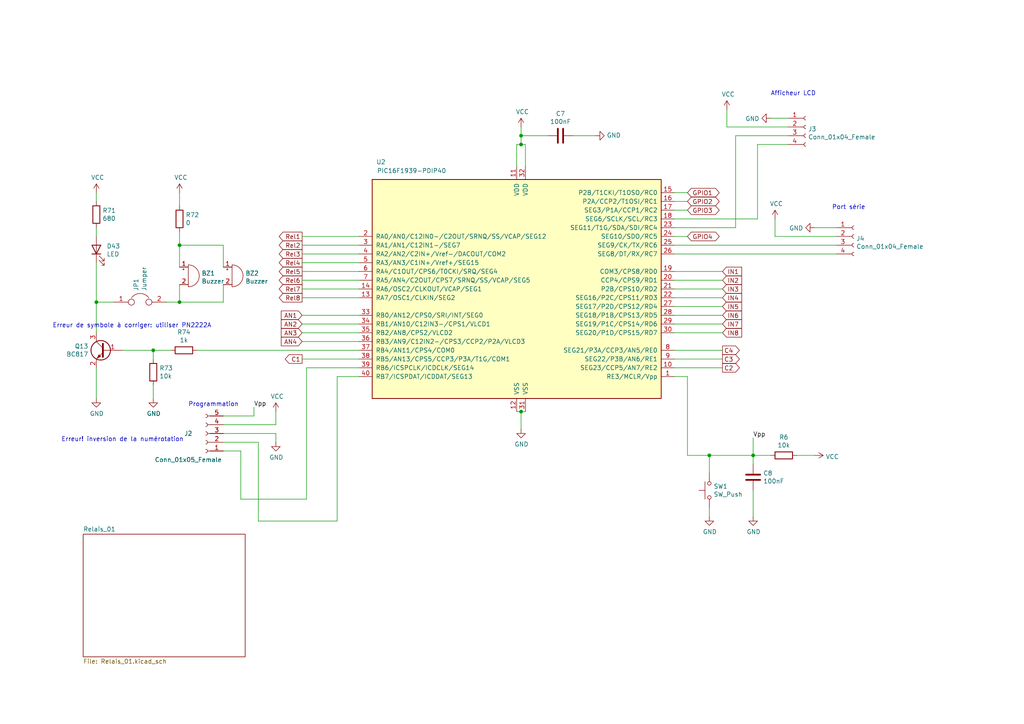
<source format=kicad_sch>
(kicad_sch (version 20211123) (generator eeschema)
  (paper "A4")
  (lib_symbols
    (symbol "Connector:Conn_01x04_Female" (pin_names (offset 1.016) hide)
      (property "Reference" "J" (at 0 5.08 0))
      (property "Value" "Conn_01x04_Female" (at 0 -7.62 0))
      (symbol "Conn_01x04_Female_1_1"
        (arc (start 0 -4.572) (mid -0.508 -5.08) (end 0 -5.588) (stroke (width 0.1524)))
        (arc (start 0 -2.032) (mid -0.508 -2.54) (end 0 -3.048) (stroke (width 0.1524)))
        (polyline (pts (xy -1.27 -5.08) (xy -0.508 -5.08)) (stroke (width 0.1524)))
        (polyline (pts (xy -1.27 -2.54) (xy -0.508 -2.54)) (stroke (width 0.1524)))
        (polyline (pts (xy -1.27 0) (xy -0.508 0)) (stroke (width 0.1524)))
        (polyline (pts (xy -1.27 2.54) (xy -0.508 2.54)) (stroke (width 0.1524)))
        (arc (start 0 0.508) (mid -0.508 0) (end 0 -0.508) (stroke (width 0.1524)))
        (arc (start 0 3.048) (mid -0.508 2.54) (end 0 2.032) (stroke (width 0.1524)))
        (pin passive line (at -5.08 2.54 0) (length 3.81) (name "Pin_1") (number "1"))
        (pin passive line (at -5.08 0 0) (length 3.81) (name "Pin_2") (number "2"))
        (pin passive line (at -5.08 -2.54 0) (length 3.81) (name "Pin_3") (number "3"))
        (pin passive line (at -5.08 -5.08 0) (length 3.81) (name "Pin_4") (number "4"))
      )
    )
    (symbol "Connector:Conn_01x05_Female" (pin_names (offset 1.016) hide)
      (property "Reference" "J" (at 0 7.62 0))
      (property "Value" "Conn_01x05_Female" (at 0 -7.62 0))
      (symbol "Conn_01x05_Female_1_1"
        (arc (start 0 -4.572) (mid -0.508 -5.08) (end 0 -5.588) (stroke (width 0.1524)))
        (arc (start 0 -2.032) (mid -0.508 -2.54) (end 0 -3.048) (stroke (width 0.1524)))
        (polyline (pts (xy -1.27 -5.08) (xy -0.508 -5.08)) (stroke (width 0.1524)))
        (polyline (pts (xy -1.27 -2.54) (xy -0.508 -2.54)) (stroke (width 0.1524)))
        (polyline (pts (xy -1.27 0) (xy -0.508 0)) (stroke (width 0.1524)))
        (polyline (pts (xy -1.27 2.54) (xy -0.508 2.54)) (stroke (width 0.1524)))
        (polyline (pts (xy -1.27 5.08) (xy -0.508 5.08)) (stroke (width 0.1524)))
        (arc (start 0 0.508) (mid -0.508 0) (end 0 -0.508) (stroke (width 0.1524)))
        (arc (start 0 3.048) (mid -0.508 2.54) (end 0 2.032) (stroke (width 0.1524)))
        (arc (start 0 5.588) (mid -0.508 5.08) (end 0 4.572) (stroke (width 0.1524)))
        (pin passive line (at -5.08 5.08 0) (length 3.81) (name "Pin_1") (number "1"))
        (pin passive line (at -5.08 2.54 0) (length 3.81) (name "Pin_2") (number "2"))
        (pin passive line (at -5.08 0 0) (length 3.81) (name "Pin_3") (number "3"))
        (pin passive line (at -5.08 -2.54 0) (length 3.81) (name "Pin_4") (number "4"))
        (pin passive line (at -5.08 -5.08 0) (length 3.81) (name "Pin_5") (number "5"))
      )
    )
    (symbol "Device:Buzzer" (pin_names (offset 0.0254) hide)
      (property "Reference" "BZ" (at 3.81 1.27 0))
      (property "Value" "Buzzer" (at 3.81 -1.27 0))
      (symbol "Buzzer_0_1"
        (arc (start 0 -3.175) (mid 3.175 0) (end 0 3.175))
        (polyline (pts (xy -1.651 1.905) (xy -1.143 1.905)))
        (polyline (pts (xy -1.397 2.159) (xy -1.397 1.651)))
        (polyline (pts (xy 0 3.175) (xy 0 -3.175)))
      )
      (symbol "Buzzer_1_1"
        (pin passive line (at -2.54 2.54 0) (length 2.54) (name "-") (number "1"))
        (pin passive line (at -2.54 -2.54 0) (length 2.54) (name "+") (number "2"))
      )
    )
    (symbol "Device:C" (pin_numbers hide) (pin_names (offset 0.254))
      (property "Reference" "C" (at 0.635 2.54 0))
      (property "Value" "C" (at 0.635 -2.54 0))
      (symbol "C_0_1"
        (polyline (pts (xy -2.032 -0.762) (xy 2.032 -0.762)) (stroke (width 0.508)))
        (polyline (pts (xy -2.032 0.762) (xy 2.032 0.762)) (stroke (width 0.508)))
      )
      (symbol "C_1_1"
        (pin passive line (at 0 3.81 270) (length 2.794) (name "~") (number "1"))
        (pin passive line (at 0 -3.81 90) (length 2.794) (name "~") (number "2"))
      )
    )
    (symbol "Device:Jumper" (pin_names (offset 0.762) hide)
      (property "Reference" "JP" (at 0 3.81 0))
      (property "Value" "Device_Jumper" (at 0 -2.032 0))
      (symbol "Jumper_0_1"
        (circle (center -2.54 0) (radius 0.889))
        (arc (start 2.5146 1.27) (mid 0.0127 2.5097) (end -2.4892 1.27))
        (circle (center 2.54 0) (radius 0.889))
        (pin passive line (at -7.62 0 0) (length 4.191) (name "1") (number "1"))
        (pin passive line (at 7.62 0 180) (length 4.191) (name "2") (number "2"))
      )
    )
    (symbol "Device:LED" (pin_numbers hide) (pin_names (offset 1.016) hide)
      (property "Reference" "D" (at 0 2.54 0))
      (property "Value" "LED" (at 0 -2.54 0))
      (symbol "LED_0_1"
        (polyline (pts (xy -1.27 -1.27) (xy -1.27 1.27)) (stroke (width 0.254)))
        (polyline (pts (xy -1.27 0) (xy 1.27 0)))
        (polyline (pts (xy 1.27 -1.27) (xy 1.27 1.27) (xy -1.27 0) (xy 1.27 -1.27)) (stroke (width 0.254)))
        (polyline (pts (xy -3.048 -0.762) (xy -4.572 -2.286) (xy -3.81 -2.286) (xy -4.572 -2.286) (xy -4.572 -1.524)))
        (polyline (pts (xy -1.778 -0.762) (xy -3.302 -2.286) (xy -2.54 -2.286) (xy -3.302 -2.286) (xy -3.302 -1.524)))
      )
      (symbol "LED_1_1"
        (pin passive line (at -3.81 0 0) (length 2.54) (name "K") (number "1"))
        (pin passive line (at 3.81 0 180) (length 2.54) (name "A") (number "2"))
      )
    )
    (symbol "Device:R" (pin_numbers hide) (pin_names (offset 0))
      (property "Reference" "R" (at 2.032 0 90))
      (property "Value" "R" (at 0 0 90))
      (symbol "R_0_1"
        (rectangle (start -1.016 -2.54) (end 1.016 2.54) (stroke (width 0.254)))
      )
      (symbol "R_1_1"
        (pin passive line (at 0 3.81 270) (length 1.27) (name "~") (number "1"))
        (pin passive line (at 0 -3.81 90) (length 1.27) (name "~") (number "2"))
      )
    )
    (symbol "Microchip_PIC_perso:PIC16F1939-PDIP40" (pin_names (offset 1.016))
      (property "Reference" "U" (at -41.91 35.56 0))
      (property "Value" "Microchip_PIC_perso_PIC16F1939-PDIP40" (at -41.91 33.02 0))
      (symbol "PIC16F1939-PDIP40_0_1"
        (rectangle (start -41.91 31.75) (end 41.91 -31.75) (stroke (width 0.254)) (fill (type background)))
      )
      (symbol "PIC16F1939-PDIP40_1_1"
        (pin bidirectional line (at 45.72 -25.4 180) (length 3.81) (name "RE3/MCLR/Vpp") (number "1"))
        (pin bidirectional line (at 45.72 -22.86 180) (length 3.81) (name "SEG23/CCP5/AN7/RE2") (number "10"))
        (pin power_in line (at 0 35.56 270) (length 3.81) (name "VDD") (number "11"))
        (pin power_in line (at 0 -35.56 90) (length 3.81) (name "VSS") (number "12"))
        (pin bidirectional line (at -45.72 -2.54 0) (length 3.81) (name "RA7/OSC1/CLKIN/SEG2") (number "13"))
        (pin bidirectional line (at -45.72 0 0) (length 3.81) (name "RA6/OSC2/CLKOUT/VCAP/SEG1") (number "14"))
        (pin bidirectional line (at 45.72 27.94 180) (length 3.81) (name "P2B/T1CKI/T1OSO/RC0") (number "15"))
        (pin bidirectional line (at 45.72 25.4 180) (length 3.81) (name "P2A/CCP2/T1OSI/RC1") (number "16"))
        (pin bidirectional line (at 45.72 22.86 180) (length 3.81) (name "SEG3/P1A/CCP1/RC2") (number "17"))
        (pin bidirectional line (at 45.72 20.32 180) (length 3.81) (name "SEG6/SCLK/SCL/RC3") (number "18"))
        (pin bidirectional line (at 45.72 5.08 180) (length 3.81) (name "COM3/CPS8/RD0") (number "19"))
        (pin bidirectional line (at -45.72 15.24 0) (length 3.81) (name "RA0/AN0/C12IN0-/C2OUT/SRNQ/SS/VCAP/SEG12") (number "2"))
        (pin bidirectional line (at 45.72 2.54 180) (length 3.81) (name "CCP4/CPS9/RD1") (number "20"))
        (pin bidirectional line (at 45.72 0 180) (length 3.81) (name "P2B/CPS10/RD2") (number "21"))
        (pin bidirectional line (at 45.72 -2.54 180) (length 3.81) (name "SEG16/P2C/CPS11/RD3") (number "22"))
        (pin bidirectional line (at 45.72 17.78 180) (length 3.81) (name "SEG11/T1G/SDA/SDI/RC4") (number "23"))
        (pin bidirectional line (at 45.72 15.24 180) (length 3.81) (name "SEG10/SDO/RC5") (number "24"))
        (pin bidirectional line (at 45.72 12.7 180) (length 3.81) (name "SEG9/CK/TX/RC6") (number "25"))
        (pin bidirectional line (at 45.72 10.16 180) (length 3.81) (name "SEG8/DT/RX/RC7") (number "26"))
        (pin bidirectional line (at 45.72 -5.08 180) (length 3.81) (name "SEG17/P2D/CPS12/RD4") (number "27"))
        (pin bidirectional line (at 45.72 -7.62 180) (length 3.81) (name "SEG18/P1B/CPS13/RD5") (number "28"))
        (pin bidirectional line (at 45.72 -10.16 180) (length 3.81) (name "SEG19/P1C/CPS14/RD6") (number "29"))
        (pin bidirectional line (at -45.72 12.7 0) (length 3.81) (name "RA1/AN1/C12IN1-/SEG7") (number "3"))
        (pin bidirectional line (at 45.72 -12.7 180) (length 3.81) (name "SEG20/P1D/CPS15/RD7") (number "30"))
        (pin power_in line (at 2.54 -35.56 90) (length 3.81) (name "VSS") (number "31"))
        (pin power_in line (at 2.54 35.56 270) (length 3.81) (name "VDD") (number "32"))
        (pin bidirectional line (at -45.72 -7.62 0) (length 3.81) (name "RB0/AN12/CPS0/SRI/INT/SEG0") (number "33"))
        (pin bidirectional line (at -45.72 -10.16 0) (length 3.81) (name "RB1/AN10/C12IN3-/CPS1/VLCD1") (number "34"))
        (pin bidirectional line (at -45.72 -12.7 0) (length 3.81) (name "RB2/AN8/CPS2/VLCD2") (number "35"))
        (pin bidirectional line (at -45.72 -15.24 0) (length 3.81) (name "RB3/AN9/C12IN2-/CPS3/CCP2/P2A/VLCD3") (number "36"))
        (pin bidirectional line (at -45.72 -17.78 0) (length 3.81) (name "RB4/AN11/CPS4/COM0") (number "37"))
        (pin bidirectional line (at -45.72 -20.32 0) (length 3.81) (name "RB5/AN13/CPS5/CCP3/P3A/T1G/COM1") (number "38"))
        (pin bidirectional line (at -45.72 -22.86 0) (length 3.81) (name "RB6/ICSPCLK/ICDCLK/SEG14") (number "39"))
        (pin bidirectional line (at -45.72 10.16 0) (length 3.81) (name "RA2/AN2/C2IN+/Vref-/DACOUT/COM2") (number "4"))
        (pin bidirectional line (at -45.72 -25.4 0) (length 3.81) (name "RB7/ICSPDAT/ICDDAT/SEG13") (number "40"))
        (pin bidirectional line (at -45.72 7.62 0) (length 3.81) (name "RA3/AN3/C1IN+/Vref+/SEG15") (number "5"))
        (pin bidirectional line (at -45.72 5.08 0) (length 3.81) (name "RA4/C1OUT/CPS6/T0CKI/SRQ/SEG4") (number "6"))
        (pin bidirectional line (at -45.72 2.54 0) (length 3.81) (name "RA5/AN4/C2OUT/CPS7/SRNQ/SS/VCAP/SEG5") (number "7"))
        (pin bidirectional line (at 45.72 -17.78 180) (length 3.81) (name "SEG21/P3A/CCP3/AN5/RE0") (number "8"))
        (pin bidirectional line (at 45.72 -20.32 180) (length 3.81) (name "SEG22/P3B/AN6/RE1") (number "9"))
      )
    )
    (symbol "Switch:SW_Push" (pin_numbers hide) (pin_names (offset 1.016) hide)
      (property "Reference" "SW" (at 1.27 2.54 0))
      (property "Value" "SW_Push" (at 0 -1.524 0))
      (symbol "SW_Push_0_1"
        (circle (center -2.032 0) (radius 0.508))
        (polyline (pts (xy 0 1.27) (xy 0 3.048)))
        (polyline (pts (xy 2.54 1.27) (xy -2.54 1.27)))
        (circle (center 2.032 0) (radius 0.508))
        (pin passive line (at -5.08 0 0) (length 2.54) (name "1") (number "1"))
        (pin passive line (at 5.08 0 180) (length 2.54) (name "2") (number "2"))
      )
    )
    (symbol "Transistor_BJT:BC817" (pin_names (offset 0) hide)
      (property "Reference" "Q" (at 5.08 1.905 0))
      (property "Value" "BC817" (at 5.08 0 0))
      (symbol "BC817_0_1"
        (polyline (pts (xy 0.635 0.635) (xy 2.54 2.54)))
        (polyline (pts (xy 0.635 -0.635) (xy 2.54 -2.54) (xy 2.54 -2.54)))
        (polyline (pts (xy 0.635 1.905) (xy 0.635 -1.905) (xy 0.635 -1.905)) (stroke (width 0.508)))
        (polyline (pts (xy 1.27 -1.778) (xy 1.778 -1.27) (xy 2.286 -2.286) (xy 1.27 -1.778) (xy 1.27 -1.778)) (fill (type outline)))
        (circle (center 1.27 0) (radius 2.8194) (stroke (width 0.254)))
      )
      (symbol "BC817_1_1"
        (pin input line (at -5.08 0 0) (length 5.715) (name "B") (number "1"))
        (pin passive line (at 2.54 -5.08 90) (length 2.54) (name "E") (number "2"))
        (pin passive line (at 2.54 5.08 270) (length 2.54) (name "C") (number "3"))
      )
    )
    (symbol "power:GND" (power) (pin_names (offset 0))
      (property "Value" "GND" (at 0 -3.81 0))
      (symbol "GND_0_1"
        (polyline (pts (xy 0 0) (xy 0 -1.27) (xy 1.27 -1.27) (xy 0 -2.54) (xy -1.27 -1.27) (xy 0 -1.27)))
      )
      (symbol "GND_1_1"
        (pin power_in line (at 0 0 270) (length 0) hide (name "GND") (number "1"))
      )
    )
    (symbol "power:VCC" (power) (pin_names (offset 0))
      (property "Value" "VCC" (at 0 3.81 0))
      (symbol "VCC_0_1"
        (polyline (pts (xy -0.762 1.27) (xy 0 2.54)))
        (polyline (pts (xy 0 0) (xy 0 2.54)))
        (polyline (pts (xy 0 2.54) (xy 0.762 1.27)))
      )
      (symbol "VCC_1_1"
        (pin power_in line (at 0 0 90) (length 0) hide (name "VCC") (number "1"))
      )
    )
  )
  (junction (at 52.07 71.12))
  (junction (at 151.13 119.38))
  (junction (at 52.07 87.63))
  (junction (at 27.94 87.63))
  (junction (at 44.45 101.6))
  (junction (at 151.13 39.37))
  (junction (at 218.44 132.08))
  (junction (at 151.13 41.91))
  (junction (at 205.74 132.08))
  (wire (pts (xy 64.77 77.47) (xy 64.77 71.12)))
  (wire (pts (xy 87.63 78.74) (xy 104.14 78.74)))
  (wire (pts (xy 33.02 87.63) (xy 27.94 87.63)))
  (wire (pts (xy 209.55 78.74) (xy 195.58 78.74)))
  (wire (pts (xy 44.45 101.6) (xy 49.53 101.6)))
  (wire (pts (xy 224.79 68.58) (xy 242.57 68.58)))
  (wire (pts (xy 224.79 63.5) (xy 224.79 68.58)))
  (wire (pts (xy 195.58 109.22) (xy 199.39 109.22)))
  (wire (pts (xy 64.77 130.81) (xy 69.85 130.81)))
  (wire (pts (xy 64.77 71.12) (xy 52.07 71.12)))
  (wire (pts (xy 97.79 109.22) (xy 104.14 109.22)))
  (wire (pts (xy 149.86 41.91) (xy 151.13 41.91)))
  (wire (pts (xy 57.15 101.6) (xy 104.14 101.6)))
  (wire (pts (xy 209.55 81.28) (xy 195.58 81.28)))
  (wire (pts (xy 209.55 88.9) (xy 195.58 88.9)))
  (wire (pts (xy 149.86 48.26) (xy 149.86 41.91)))
  (wire (pts (xy 151.13 39.37) (xy 151.13 41.91)))
  (wire (pts (xy 151.13 36.83) (xy 151.13 39.37)))
  (wire (pts (xy 236.22 66.04) (xy 242.57 66.04)))
  (wire (pts (xy 27.94 106.68) (xy 27.94 115.57)))
  (wire (pts (xy 44.45 111.76) (xy 44.45 115.57)))
  (wire (pts (xy 87.63 86.36) (xy 104.14 86.36)))
  (wire (pts (xy 151.13 119.38) (xy 151.13 124.46)))
  (wire (pts (xy 209.55 91.44) (xy 195.58 91.44)))
  (wire (pts (xy 199.39 60.96) (xy 195.58 60.96)))
  (wire (pts (xy 209.55 93.98) (xy 195.58 93.98)))
  (wire (pts (xy 209.55 104.14) (xy 195.58 104.14)))
  (wire (pts (xy 205.74 147.32) (xy 205.74 149.86)))
  (wire (pts (xy 64.77 120.65) (xy 73.66 120.65)))
  (wire (pts (xy 195.58 63.5) (xy 219.71 63.5)))
  (wire (pts (xy 52.07 71.12) (xy 52.07 77.47)))
  (wire (pts (xy 88.9 106.68) (xy 104.14 106.68)))
  (wire (pts (xy 74.93 128.27) (xy 74.93 151.13)))
  (wire (pts (xy 64.77 123.19) (xy 80.01 123.19)))
  (wire (pts (xy 64.77 125.73) (xy 80.01 125.73)))
  (wire (pts (xy 158.75 39.37) (xy 151.13 39.37)))
  (wire (pts (xy 104.14 104.14) (xy 87.63 104.14)))
  (wire (pts (xy 88.9 144.78) (xy 88.9 106.68)))
  (wire (pts (xy 151.13 41.91) (xy 152.4 41.91)))
  (wire (pts (xy 218.44 127) (xy 218.44 132.08)))
  (wire (pts (xy 87.63 96.52) (xy 104.14 96.52)))
  (wire (pts (xy 104.14 73.66) (xy 87.63 73.66)))
  (wire (pts (xy 213.36 66.04) (xy 213.36 39.37)))
  (wire (pts (xy 199.39 109.22) (xy 199.39 132.08)))
  (wire (pts (xy 209.55 83.82) (xy 195.58 83.82)))
  (wire (pts (xy 199.39 58.42) (xy 195.58 58.42)))
  (wire (pts (xy 149.86 119.38) (xy 151.13 119.38)))
  (wire (pts (xy 218.44 132.08) (xy 223.52 132.08)))
  (wire (pts (xy 209.55 101.6) (xy 195.58 101.6)))
  (wire (pts (xy 218.44 142.24) (xy 218.44 149.86)))
  (wire (pts (xy 209.55 106.68) (xy 195.58 106.68)))
  (wire (pts (xy 52.07 55.88) (xy 52.07 59.69)))
  (wire (pts (xy 104.14 71.12) (xy 87.63 71.12)))
  (wire (pts (xy 73.66 120.65) (xy 73.66 118.11)))
  (wire (pts (xy 210.82 36.83) (xy 228.6 36.83)))
  (wire (pts (xy 35.56 101.6) (xy 44.45 101.6)))
  (wire (pts (xy 97.79 151.13) (xy 97.79 109.22)))
  (wire (pts (xy 199.39 55.88) (xy 195.58 55.88)))
  (wire (pts (xy 52.07 87.63) (xy 64.77 87.63)))
  (wire (pts (xy 87.63 83.82) (xy 104.14 83.82)))
  (wire (pts (xy 223.52 34.29) (xy 228.6 34.29)))
  (wire (pts (xy 151.13 119.38) (xy 152.4 119.38)))
  (wire (pts (xy 27.94 76.2) (xy 27.94 87.63)))
  (wire (pts (xy 166.37 39.37) (xy 172.72 39.37)))
  (wire (pts (xy 44.45 104.14) (xy 44.45 101.6)))
  (wire (pts (xy 64.77 82.55) (xy 64.77 87.63)))
  (wire (pts (xy 87.63 91.44) (xy 104.14 91.44)))
  (wire (pts (xy 74.93 151.13) (xy 97.79 151.13)))
  (wire (pts (xy 87.63 99.06) (xy 104.14 99.06)))
  (wire (pts (xy 104.14 68.58) (xy 87.63 68.58)))
  (wire (pts (xy 199.39 68.58) (xy 195.58 68.58)))
  (wire (pts (xy 213.36 39.37) (xy 228.6 39.37)))
  (wire (pts (xy 87.63 81.28) (xy 104.14 81.28)))
  (wire (pts (xy 80.01 125.73) (xy 80.01 128.27)))
  (wire (pts (xy 152.4 41.91) (xy 152.4 48.26)))
  (wire (pts (xy 195.58 71.12) (xy 242.57 71.12)))
  (wire (pts (xy 209.55 96.52) (xy 195.58 96.52)))
  (wire (pts (xy 209.55 86.36) (xy 195.58 86.36)))
  (wire (pts (xy 48.26 87.63) (xy 52.07 87.63)))
  (wire (pts (xy 219.71 41.91) (xy 228.6 41.91)))
  (wire (pts (xy 80.01 123.19) (xy 80.01 119.38)))
  (wire (pts (xy 27.94 55.88) (xy 27.94 58.42)))
  (wire (pts (xy 69.85 130.81) (xy 69.85 144.78)))
  (wire (pts (xy 236.22 132.08) (xy 231.14 132.08)))
  (wire (pts (xy 199.39 132.08) (xy 205.74 132.08)))
  (wire (pts (xy 87.63 93.98) (xy 104.14 93.98)))
  (wire (pts (xy 195.58 66.04) (xy 213.36 66.04)))
  (wire (pts (xy 205.74 137.16) (xy 205.74 132.08)))
  (wire (pts (xy 219.71 63.5) (xy 219.71 41.91)))
  (wire (pts (xy 210.82 31.75) (xy 210.82 36.83)))
  (wire (pts (xy 27.94 87.63) (xy 27.94 96.52)))
  (wire (pts (xy 52.07 67.31) (xy 52.07 71.12)))
  (wire (pts (xy 218.44 132.08) (xy 218.44 134.62)))
  (wire (pts (xy 27.94 66.04) (xy 27.94 68.58)))
  (wire (pts (xy 205.74 132.08) (xy 218.44 132.08)))
  (wire (pts (xy 195.58 73.66) (xy 242.57 73.66)))
  (wire (pts (xy 69.85 144.78) (xy 88.9 144.78)))
  (wire (pts (xy 87.63 76.2) (xy 104.14 76.2)))
  (wire (pts (xy 64.77 128.27) (xy 74.93 128.27)))
  (wire (pts (xy 52.07 82.55) (xy 52.07 87.63)))
  (text "Erreur! inversion de la numérotation" (at 17.78 128.27 0) (effects (font (size 1.27 1.27)) (justify left bottom)))
  (text "Afficheur LCD" (at 223.52 27.94 0) (effects (font (size 1.27 1.27)) (justify left bottom)))
  (text "Port série" (at 241.3 60.96 0) (effects (font (size 1.27 1.27)) (justify left bottom)))
  (text "Programmation" (at 54.61 118.11 0) (effects (font (size 1.27 1.27)) (justify left bottom)))
  (text "Erreur de symbole à corriger: utiliser PN2222A" (at 15.24 95.25 0) (effects (font (size 1.27 1.27)) (justify left bottom)))
  (label "Vpp" (at 73.66 118.11 0))
  (label "Vpp" (at 218.44 127 0))
  (global_label "C1" (shape output) (at 87.63 104.14 180) (property "Intersheet References" "${INTERSHEET_REFS}" (effects hide)))
  (global_label "AN3" (shape input) (at 87.63 96.52 180) (property "Intersheet References" "${INTERSHEET_REFS}" (effects hide)))
  (global_label "GPIO3" (shape bidirectional) (at 199.39 60.96 0) (property "Intersheet References" "${INTERSHEET_REFS}" (effects hide)))
  (global_label "AN1" (shape input) (at 87.63 91.44 180) (property "Intersheet References" "${INTERSHEET_REFS}" (effects hide)))
  (global_label "IN1" (shape input) (at 209.55 78.74 0) (property "Intersheet References" "${INTERSHEET_REFS}" (effects hide)))
  (global_label "GPIO2" (shape bidirectional) (at 199.39 58.42 0) (property "Intersheet References" "${INTERSHEET_REFS}" (effects hide)))
  (global_label "IN8" (shape input) (at 209.55 96.52 0) (property "Intersheet References" "${INTERSHEET_REFS}" (effects hide)))
  (global_label "Rel6" (shape output) (at 87.63 81.28 180) (property "Intersheet References" "${INTERSHEET_REFS}" (effects hide)))
  (global_label "IN3" (shape input) (at 209.55 83.82 0) (property "Intersheet References" "${INTERSHEET_REFS}" (effects hide)))
  (global_label "Rel3" (shape output) (at 87.63 73.66 180) (property "Intersheet References" "${INTERSHEET_REFS}" (effects hide)))
  (global_label "Rel7" (shape output) (at 87.63 83.82 180) (property "Intersheet References" "${INTERSHEET_REFS}" (effects hide)))
  (global_label "AN4" (shape input) (at 87.63 99.06 180) (property "Intersheet References" "${INTERSHEET_REFS}" (effects hide)))
  (global_label "IN7" (shape input) (at 209.55 93.98 0) (property "Intersheet References" "${INTERSHEET_REFS}" (effects hide)))
  (global_label "GPIO4" (shape bidirectional) (at 199.39 68.58 0) (property "Intersheet References" "${INTERSHEET_REFS}" (effects hide)))
  (global_label "Rel1" (shape output) (at 87.63 68.58 180) (property "Intersheet References" "${INTERSHEET_REFS}" (effects hide)))
  (global_label "C3" (shape output) (at 209.55 104.14 0) (property "Intersheet References" "${INTERSHEET_REFS}" (effects hide)))
  (global_label "IN5" (shape input) (at 209.55 88.9 0) (property "Intersheet References" "${INTERSHEET_REFS}" (effects hide)))
  (global_label "Rel2" (shape output) (at 87.63 71.12 180) (property "Intersheet References" "${INTERSHEET_REFS}" (effects hide)))
  (global_label "IN4" (shape input) (at 209.55 86.36 0) (property "Intersheet References" "${INTERSHEET_REFS}" (effects hide)))
  (global_label "IN2" (shape input) (at 209.55 81.28 0) (property "Intersheet References" "${INTERSHEET_REFS}" (effects hide)))
  (global_label "Rel5" (shape output) (at 87.63 78.74 180) (property "Intersheet References" "${INTERSHEET_REFS}" (effects hide)))
  (global_label "IN6" (shape input) (at 209.55 91.44 0) (property "Intersheet References" "${INTERSHEET_REFS}" (effects hide)))
  (global_label "AN2" (shape input) (at 87.63 93.98 180) (property "Intersheet References" "${INTERSHEET_REFS}" (effects hide)))
  (global_label "C4" (shape output) (at 209.55 101.6 0) (property "Intersheet References" "${INTERSHEET_REFS}" (effects hide)))
  (global_label "Rel8" (shape output) (at 87.63 86.36 180) (property "Intersheet References" "${INTERSHEET_REFS}" (effects hide)))
  (global_label "C2" (shape output) (at 209.55 106.68 0) (property "Intersheet References" "${INTERSHEET_REFS}" (effects hide)))
  (global_label "GPIO1" (shape bidirectional) (at 199.39 55.88 0) (property "Intersheet References" "${INTERSHEET_REFS}" (effects hide)))
  (global_label "Rel4" (shape output) (at 87.63 76.2 180) (property "Intersheet References" "${INTERSHEET_REFS}" (effects hide)))
  (symbol (lib_id "Transistor_BJT:BC817") (at 30.48 101.6 0) (mirror y) (unit 1)
    (property "Reference" "Q13" (at 25.6286 100.4316 0) (effects (justify left)))
    (property "Value" "BC817" (at 25.6286 102.743 0) (effects (justify left)))
    (property "Footprint" "packages_SO_perso:SOT-23.-BC817kicad_mod" (effects hide))
    (property "Datasheet" "https://www.onsemi.com/pub/Collateral/BC818-D.pdf" (effects hide))
  )
  (symbol (lib_id "Device:R") (at 44.45 107.95 0) (unit 1)
    (property "Reference" "R73" (at 46.228 106.7816 0) (effects (justify left)))
    (property "Value" "10k" (at 46.228 109.093 0) (effects (justify left)))
    (property "Footprint" "Resistor_SMD:R_0805_2012Metric_Pad1.20x1.40mm_HandSolder" (effects hide))
  )
  (symbol (lib_id "Device:R") (at 53.34 101.6 90) (unit 1)
    (property "Reference" "R74" (at 53.34 96.3422 90))
    (property "Value" "1k" (at 53.34 98.6536 90))
    (property "Footprint" "Resistor_SMD:R_0805_2012Metric_Pad1.20x1.40mm_HandSolder" (effects hide))
  )
  (symbol (lib_id "power:GND") (at 44.45 115.57 0) (unit 1)
    (property "Reference" "#PWR0107" (effects hide))
    (property "Value" "GND" (at 44.577 119.9642 0))
  )
  (symbol (lib_id "power:GND") (at 27.94 115.57 0) (unit 1)
    (property "Reference" "#PWR0105" (effects hide))
    (property "Value" "GND" (at 28.067 119.9642 0))
  )
  (symbol (lib_id "Device:R") (at 27.94 62.23 0) (unit 1)
    (property "Reference" "R71" (at 29.718 61.0616 0) (effects (justify left)))
    (property "Value" "680" (at 29.718 63.373 0) (effects (justify left)))
    (property "Footprint" "Resistor_SMD:R_0805_2012Metric_Pad1.20x1.40mm_HandSolder" (effects hide))
  )
  (symbol (lib_id "power:VCC") (at 27.94 55.88 0) (unit 1)
    (property "Reference" "#PWR0104" (effects hide))
    (property "Value" "VCC" (at 28.321 51.4858 0))
  )
  (symbol (lib_id "Device:LED") (at 27.94 72.39 90) (unit 1)
    (property "Reference" "D43" (at 30.9372 71.3994 90) (effects (justify right)))
    (property "Value" "LED" (at 30.9372 73.7108 90) (effects (justify right)))
    (property "Footprint" "LED_SMD:LED_0805_2012Metric_Pad1.15x1.40mm_HandSolder" (effects hide))
  )
  (symbol (lib_id "Device:Buzzer") (at 54.61 80.01 0) (unit 1)
    (property "Reference" "BZ1" (at 58.4708 79.2734 0) (effects (justify left)))
    (property "Value" "Buzzer" (at 58.4708 81.5848 0) (effects (justify left)))
    (property "Footprint" "buzzer_perso:Buzzer_Mallory_AST1109MLTRQ" (effects hide))
  )
  (symbol (lib_id "power:VCC") (at 52.07 55.88 0) (unit 1)
    (property "Reference" "#PWR0106" (effects hide))
    (property "Value" "VCC" (at 52.451 51.4858 0))
  )
  (symbol (lib_id "Device:R") (at 52.07 63.5 0) (unit 1)
    (property "Reference" "R72" (at 53.848 62.3316 0) (effects (justify left)))
    (property "Value" "0" (at 53.848 64.643 0) (effects (justify left)))
    (property "Footprint" "Resistor_SMD:R_0805_2012Metric_Pad1.20x1.40mm_HandSolder" (effects hide))
  )
  (symbol (lib_id "Device:Jumper") (at 40.64 87.63 0) (unit 1)
    (property "Reference" "JP1" (at 39.4716 84.4042 90) (effects (justify left)))
    (property "Value" "Jumper" (at 41.783 84.4042 90) (effects (justify left)))
    (property "Footprint" "Connector_PinHeader_2.54mm:PinHeader_1x02_P2.54mm_Vertical" (effects hide))
  )
  (symbol (lib_id "Device:Buzzer") (at 67.31 80.01 0) (unit 1)
    (property "Reference" "BZ2" (at 71.1708 79.2734 0) (effects (justify left)))
    (property "Value" "Buzzer" (at 71.1708 81.5848 0) (effects (justify left)))
    (property "Footprint" "buzzer_perso:Buzzer_12x9.5RM7.6" (effects hide))
  )
  (symbol (lib_id "power:VCC") (at 151.13 36.83 0) (unit 1)
    (property "Reference" "#PWR017" (effects hide))
    (property "Value" "VCC" (at 151.511 32.4358 0))
  )
  (symbol (lib_id "power:GND") (at 151.13 124.46 0) (unit 1)
    (property "Reference" "#PWR018" (effects hide))
    (property "Value" "GND" (at 151.257 128.8542 0))
  )
  (symbol (lib_id "Device:R") (at 227.33 132.08 270) (unit 1)
    (property "Reference" "R6" (at 227.33 126.8222 90))
    (property "Value" "10k" (at 227.33 129.1336 90))
    (property "Footprint" "Resistor_SMD:R_0805_2012Metric_Pad1.20x1.40mm_HandSolder" (effects hide))
  )
  (symbol (lib_id "Device:C") (at 218.44 138.43 0) (unit 1)
    (property "Reference" "C8" (at 221.361 137.2616 0) (effects (justify left)))
    (property "Value" "100nF" (at 221.361 139.573 0) (effects (justify left)))
    (property "Footprint" "Resistor_SMD:R_0805_2012Metric_Pad1.20x1.40mm_HandSolder" (effects hide))
  )
  (symbol (lib_id "power:GND") (at 218.44 149.86 0) (unit 1)
    (property "Reference" "#PWR022" (effects hide))
    (property "Value" "GND" (at 218.567 154.2542 0))
  )
  (symbol (lib_id "power:VCC") (at 236.22 132.08 270) (unit 1)
    (property "Reference" "#PWR026" (effects hide))
    (property "Value" "VCC" (at 239.4712 132.461 90) (effects (justify left)))
  )
  (symbol (lib_id "Connector:Conn_01x05_Female") (at 59.69 125.73 180) (unit 1)
    (property "Reference" "J2" (at 54.61 125.73 0))
    (property "Value" "Conn_01x05_Female" (at 54.61 133.35 0))
    (property "Footprint" "Connector_PinHeader_2.54mm:PinHeader_1x05_P2.54mm_Vertical" (effects hide))
  )
  (symbol (lib_id "power:VCC") (at 80.01 119.38 0) (unit 1)
    (property "Reference" "#PWR015" (effects hide))
    (property "Value" "VCC" (at 80.391 114.9858 0))
  )
  (symbol (lib_id "power:GND") (at 80.01 128.27 0) (unit 1)
    (property "Reference" "#PWR016" (effects hide))
    (property "Value" "GND" (at 80.137 132.6642 0))
  )
  (symbol (lib_id "Connector:Conn_01x04_Female") (at 233.68 36.83 0) (unit 1)
    (property "Reference" "J3" (at 234.3912 37.4396 0) (effects (justify left)))
    (property "Value" "Conn_01x04_Female" (at 234.3912 39.751 0) (effects (justify left)))
    (property "Footprint" "connectors:conn-4pts-P5mm" (effects hide))
  )
  (symbol (lib_id "power:VCC") (at 210.82 31.75 0) (unit 1)
    (property "Reference" "#PWR021" (effects hide))
    (property "Value" "VCC" (at 211.201 27.3558 0))
  )
  (symbol (lib_id "power:GND") (at 223.52 34.29 270) (unit 1)
    (property "Reference" "#PWR023" (effects hide))
    (property "Value" "GND" (at 220.2688 34.417 90) (effects (justify right)))
  )
  (symbol (lib_id "Connector:Conn_01x04_Female") (at 247.65 68.58 0) (unit 1)
    (property "Reference" "J4" (at 248.3612 69.1896 0) (effects (justify left)))
    (property "Value" "Conn_01x04_Female" (at 248.3612 71.501 0) (effects (justify left)))
    (property "Footprint" "connectors:conn-4pts-P5mm" (effects hide))
  )
  (symbol (lib_id "power:VCC") (at 224.79 63.5 0) (unit 1)
    (property "Reference" "#PWR024" (effects hide))
    (property "Value" "VCC" (at 225.171 59.1058 0))
  )
  (symbol (lib_id "power:GND") (at 236.22 66.04 270) (unit 1)
    (property "Reference" "#PWR025" (effects hide))
    (property "Value" "GND" (at 232.9688 66.167 90) (effects (justify right)))
  )
  (symbol (lib_id "Device:C") (at 162.56 39.37 270) (unit 1)
    (property "Reference" "C7" (at 162.56 32.9692 90))
    (property "Value" "100nF" (at 162.56 35.2806 90))
    (property "Footprint" "Resistor_SMD:R_0805_2012Metric_Pad1.20x1.40mm_HandSolder" (effects hide))
  )
  (symbol (lib_id "power:GND") (at 172.72 39.37 90) (unit 1)
    (property "Reference" "#PWR019" (effects hide))
    (property "Value" "GND" (at 175.9712 39.243 90) (effects (justify right)))
  )
  (symbol (lib_id "Switch:SW_Push") (at 205.74 142.24 90) (unit 1)
    (property "Reference" "SW1" (at 206.9592 141.0716 90) (effects (justify right)))
    (property "Value" "SW_Push" (at 206.9592 143.383 90) (effects (justify right)))
    (property "Footprint" "switches:SW_PUSH_6mm_H5mm" (effects hide))
  )
  (symbol (lib_id "power:GND") (at 205.74 149.86 0) (unit 1)
    (property "Reference" "#PWR020" (effects hide))
    (property "Value" "GND" (at 205.867 154.2542 0))
  )
  (symbol (lib_id "Microchip_PIC_perso:PIC16F1939-PDIP40") (at 149.86 83.82 0) (unit 1)
    (property "Reference" "U2" (at 110.49 46.99 0))
    (property "Value" "PIC16F1939-PDIP40" (at 119.38 49.53 0))
    (property "Footprint" "Package_DIP:DIP-40_W15.24mm_LongPads" (effects hide))
    (property "Datasheet" "http://ww1.microchip.com/downloads/en/DeviceDoc/41364E.pdf" (effects hide))
  )
  (sheet (at 24.13 154.94) (size 46.99 35.56)
    (property "Sheet name" "Relais_01" (at 24.13 154.2284 0) (effects (justify left bottom)))
    (property "Sheet file" "Relais_01.kicad_sch" (at 24.13 191.0846 0) (effects (justify left top)))
  )
)
</source>
